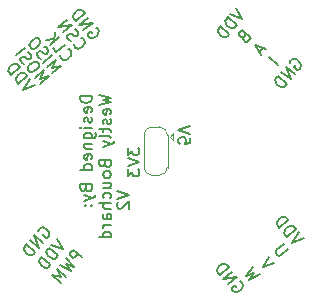
<source format=gbr>
%TF.GenerationSoftware,KiCad,Pcbnew,9.0.3*%
%TF.CreationDate,2025-08-07T14:52:45-06:00*%
%TF.ProjectId,EncoderBoard,456e636f-6465-4724-926f-6172642e6b69,rev?*%
%TF.SameCoordinates,Original*%
%TF.FileFunction,Legend,Bot*%
%TF.FilePolarity,Positive*%
%FSLAX46Y46*%
G04 Gerber Fmt 4.6, Leading zero omitted, Abs format (unit mm)*
G04 Created by KiCad (PCBNEW 9.0.3) date 2025-08-07 14:52:45*
%MOMM*%
%LPD*%
G01*
G04 APERTURE LIST*
%ADD10C,0.160000*%
%ADD11C,0.120000*%
G04 APERTURE END LIST*
D10*
X146719299Y-103350501D02*
X147719299Y-103683834D01*
X147719299Y-103683834D02*
X146719299Y-104017167D01*
X146814537Y-104302882D02*
X146766918Y-104350501D01*
X146766918Y-104350501D02*
X146719299Y-104445739D01*
X146719299Y-104445739D02*
X146719299Y-104683834D01*
X146719299Y-104683834D02*
X146766918Y-104779072D01*
X146766918Y-104779072D02*
X146814537Y-104826691D01*
X146814537Y-104826691D02*
X146909775Y-104874310D01*
X146909775Y-104874310D02*
X147005013Y-104874310D01*
X147005013Y-104874310D02*
X147147870Y-104826691D01*
X147147870Y-104826691D02*
X147719299Y-104255263D01*
X147719299Y-104255263D02*
X147719299Y-104874310D01*
X139787287Y-94419606D02*
X138806980Y-94807046D01*
X138806980Y-94807046D02*
X139358762Y-93908910D01*
X138378455Y-94296349D02*
X139144499Y-93653562D01*
X139144499Y-93653562D02*
X138991455Y-93471170D01*
X138991455Y-93471170D02*
X138863150Y-93392344D01*
X138863150Y-93392344D02*
X138728975Y-93380605D01*
X138728975Y-93380605D02*
X138625410Y-93405345D01*
X138625410Y-93405345D02*
X138448887Y-93491302D01*
X138448887Y-93491302D02*
X138339452Y-93583129D01*
X138339452Y-93583129D02*
X138224148Y-93742043D01*
X138224148Y-93742043D02*
X138181800Y-93839739D01*
X138181800Y-93839739D02*
X138170062Y-93973914D01*
X138170062Y-93973914D02*
X138225410Y-94113958D01*
X138225410Y-94113958D02*
X138378455Y-94296349D01*
X137735667Y-93530305D02*
X138501712Y-92887517D01*
X138501712Y-92887517D02*
X138348667Y-92705126D01*
X138348667Y-92705126D02*
X138220362Y-92626300D01*
X138220362Y-92626300D02*
X138086187Y-92614561D01*
X138086187Y-92614561D02*
X137982622Y-92639300D01*
X137982622Y-92639300D02*
X137806100Y-92725258D01*
X137806100Y-92725258D02*
X137696665Y-92817085D01*
X137696665Y-92817085D02*
X137581361Y-92975999D01*
X137581361Y-92975999D02*
X137539013Y-93073695D01*
X137539013Y-93073695D02*
X137527274Y-93207869D01*
X137527274Y-93207869D02*
X137582623Y-93347913D01*
X137582623Y-93347913D02*
X137735667Y-93530305D01*
X140179416Y-94302959D02*
X140945460Y-93660171D01*
X140945460Y-93660171D02*
X140184023Y-93863957D01*
X140184023Y-93863957D02*
X140516935Y-93149475D01*
X140516935Y-93149475D02*
X139750891Y-93792263D01*
X140088410Y-92638779D02*
X139965974Y-92492866D01*
X139965974Y-92492866D02*
X139868278Y-92450518D01*
X139868278Y-92450518D02*
X139734104Y-92438779D01*
X139734104Y-92438779D02*
X139557582Y-92524737D01*
X139557582Y-92524737D02*
X139302234Y-92738999D01*
X139302234Y-92738999D02*
X139186929Y-92897913D01*
X139186929Y-92897913D02*
X139175190Y-93032088D01*
X139175190Y-93032088D02*
X139199930Y-93135653D01*
X139199930Y-93135653D02*
X139322366Y-93281566D01*
X139322366Y-93281566D02*
X139420062Y-93323914D01*
X139420062Y-93323914D02*
X139554236Y-93335653D01*
X139554236Y-93335653D02*
X139730759Y-93249695D01*
X139730759Y-93249695D02*
X139986107Y-93035433D01*
X139986107Y-93035433D02*
X140101411Y-92876519D01*
X140101411Y-92876519D02*
X140113150Y-92742344D01*
X140113150Y-92742344D02*
X140088410Y-92638779D01*
X138838492Y-92630826D02*
X138710187Y-92552000D01*
X138710187Y-92552000D02*
X138557142Y-92369609D01*
X138557142Y-92369609D02*
X138532403Y-92266043D01*
X138532403Y-92266043D02*
X138538272Y-92198956D01*
X138538272Y-92198956D02*
X138580620Y-92101260D01*
X138580620Y-92101260D02*
X138653577Y-92040042D01*
X138653577Y-92040042D02*
X138757142Y-92015302D01*
X138757142Y-92015302D02*
X138824229Y-92021172D01*
X138824229Y-92021172D02*
X138921926Y-92063519D01*
X138921926Y-92063519D02*
X139080840Y-92178824D01*
X139080840Y-92178824D02*
X139178536Y-92221171D01*
X139178536Y-92221171D02*
X139245623Y-92227041D01*
X139245623Y-92227041D02*
X139349189Y-92202301D01*
X139349189Y-92202301D02*
X139422145Y-92141083D01*
X139422145Y-92141083D02*
X139464493Y-92043387D01*
X139464493Y-92043387D02*
X139470362Y-91976300D01*
X139470362Y-91976300D02*
X139445623Y-91872734D01*
X139445623Y-91872734D02*
X139292578Y-91690343D01*
X139292578Y-91690343D02*
X139164273Y-91611517D01*
X138159226Y-91895391D02*
X138925271Y-91252603D01*
X143779170Y-108979014D02*
X143013126Y-108336227D01*
X143013126Y-108336227D02*
X142768254Y-108628053D01*
X142768254Y-108628053D02*
X142743515Y-108731619D01*
X142743515Y-108731619D02*
X142749384Y-108798706D01*
X142749384Y-108798706D02*
X142791732Y-108896402D01*
X142791732Y-108896402D02*
X142901167Y-108988229D01*
X142901167Y-108988229D02*
X143004732Y-109012968D01*
X143004732Y-109012968D02*
X143071820Y-109007099D01*
X143071820Y-109007099D02*
X143169516Y-108964751D01*
X143169516Y-108964751D02*
X143414387Y-108672925D01*
X142431556Y-109029314D02*
X143044556Y-109854494D01*
X143044556Y-109854494D02*
X142374946Y-109541273D01*
X142374946Y-109541273D02*
X142799684Y-110146320D01*
X142799684Y-110146320D02*
X141880595Y-109685924D01*
X142401768Y-110620538D02*
X141635724Y-109977750D01*
X141635724Y-109977750D02*
X141968636Y-110692232D01*
X141968636Y-110692232D02*
X141207199Y-110488447D01*
X141207199Y-110488447D02*
X141973243Y-111131234D01*
X147619299Y-99698120D02*
X147619299Y-100317167D01*
X147619299Y-100317167D02*
X148000251Y-99983834D01*
X148000251Y-99983834D02*
X148000251Y-100126691D01*
X148000251Y-100126691D02*
X148047870Y-100221929D01*
X148047870Y-100221929D02*
X148095489Y-100269548D01*
X148095489Y-100269548D02*
X148190727Y-100317167D01*
X148190727Y-100317167D02*
X148428822Y-100317167D01*
X148428822Y-100317167D02*
X148524060Y-100269548D01*
X148524060Y-100269548D02*
X148571680Y-100221929D01*
X148571680Y-100221929D02*
X148619299Y-100126691D01*
X148619299Y-100126691D02*
X148619299Y-99840977D01*
X148619299Y-99840977D02*
X148571680Y-99745739D01*
X148571680Y-99745739D02*
X148524060Y-99698120D01*
X147619299Y-100602882D02*
X148619299Y-100936215D01*
X148619299Y-100936215D02*
X147619299Y-101269548D01*
X147619299Y-101507644D02*
X147619299Y-102126691D01*
X147619299Y-102126691D02*
X148000251Y-101793358D01*
X148000251Y-101793358D02*
X148000251Y-101936215D01*
X148000251Y-101936215D02*
X148047870Y-102031453D01*
X148047870Y-102031453D02*
X148095489Y-102079072D01*
X148095489Y-102079072D02*
X148190727Y-102126691D01*
X148190727Y-102126691D02*
X148428822Y-102126691D01*
X148428822Y-102126691D02*
X148524060Y-102079072D01*
X148524060Y-102079072D02*
X148571680Y-102031453D01*
X148571680Y-102031453D02*
X148619299Y-101936215D01*
X148619299Y-101936215D02*
X148619299Y-101650501D01*
X148619299Y-101650501D02*
X148571680Y-101555263D01*
X148571680Y-101555263D02*
X148524060Y-101507644D01*
X144922284Y-89539519D02*
X145019980Y-89581867D01*
X145019980Y-89581867D02*
X145111807Y-89691301D01*
X145111807Y-89691301D02*
X145167155Y-89831345D01*
X145167155Y-89831345D02*
X145155416Y-89965520D01*
X145155416Y-89965520D02*
X145113069Y-90063216D01*
X145113069Y-90063216D02*
X144997764Y-90222130D01*
X144997764Y-90222130D02*
X144888330Y-90313957D01*
X144888330Y-90313957D02*
X144711807Y-90399914D01*
X144711807Y-90399914D02*
X144608242Y-90424654D01*
X144608242Y-90424654D02*
X144474067Y-90412915D01*
X144474067Y-90412915D02*
X144345762Y-90334089D01*
X144345762Y-90334089D02*
X144284544Y-90261132D01*
X144284544Y-90261132D02*
X144229196Y-90121089D01*
X144229196Y-90121089D02*
X144235065Y-90054001D01*
X144235065Y-90054001D02*
X144490413Y-89839739D01*
X144490413Y-89839739D02*
X144612849Y-89985652D01*
X143886628Y-89786914D02*
X144652673Y-89144127D01*
X144652673Y-89144127D02*
X143519321Y-89349175D01*
X143519321Y-89349175D02*
X144285365Y-88706387D01*
X143213232Y-88984392D02*
X143979276Y-88341604D01*
X143979276Y-88341604D02*
X143826231Y-88159213D01*
X143826231Y-88159213D02*
X143697926Y-88080387D01*
X143697926Y-88080387D02*
X143563752Y-88068648D01*
X143563752Y-88068648D02*
X143460186Y-88093387D01*
X143460186Y-88093387D02*
X143283664Y-88179345D01*
X143283664Y-88179345D02*
X143174229Y-88271172D01*
X143174229Y-88271172D02*
X143058925Y-88430086D01*
X143058925Y-88430086D02*
X143016577Y-88527782D01*
X143016577Y-88527782D02*
X143004839Y-88661956D01*
X143004839Y-88661956D02*
X143060187Y-88802000D01*
X143060187Y-88802000D02*
X143213232Y-88984392D01*
X162520442Y-107380198D02*
X161540135Y-107767638D01*
X161540135Y-107767638D02*
X162091917Y-106869502D01*
X161111610Y-107256941D02*
X161877654Y-106614154D01*
X161877654Y-106614154D02*
X161724610Y-106431762D01*
X161724610Y-106431762D02*
X161596305Y-106352936D01*
X161596305Y-106352936D02*
X161462130Y-106341197D01*
X161462130Y-106341197D02*
X161358565Y-106365937D01*
X161358565Y-106365937D02*
X161182042Y-106451894D01*
X161182042Y-106451894D02*
X161072607Y-106543721D01*
X161072607Y-106543721D02*
X160957303Y-106702635D01*
X160957303Y-106702635D02*
X160914955Y-106800331D01*
X160914955Y-106800331D02*
X160903217Y-106934506D01*
X160903217Y-106934506D02*
X160958565Y-107074550D01*
X160958565Y-107074550D02*
X161111610Y-107256941D01*
X160468822Y-106490897D02*
X161234867Y-105848109D01*
X161234867Y-105848109D02*
X161081822Y-105665718D01*
X161081822Y-105665718D02*
X160953517Y-105586892D01*
X160953517Y-105586892D02*
X160819342Y-105575153D01*
X160819342Y-105575153D02*
X160715777Y-105599892D01*
X160715777Y-105599892D02*
X160539255Y-105685850D01*
X160539255Y-105685850D02*
X160429820Y-105777677D01*
X160429820Y-105777677D02*
X160314516Y-105936591D01*
X160314516Y-105936591D02*
X160272168Y-106034287D01*
X160272168Y-106034287D02*
X160260429Y-106168461D01*
X160260429Y-106168461D02*
X160315778Y-106308505D01*
X160315778Y-106308505D02*
X160468822Y-106490897D01*
X161195326Y-108305615D02*
X160575195Y-108825967D01*
X160575195Y-108825967D02*
X160471629Y-108850707D01*
X160471629Y-108850707D02*
X160404542Y-108844837D01*
X160404542Y-108844837D02*
X160306846Y-108802490D01*
X160306846Y-108802490D02*
X160184410Y-108656576D01*
X160184410Y-108656576D02*
X160159671Y-108553011D01*
X160159671Y-108553011D02*
X160165540Y-108485924D01*
X160165540Y-108485924D02*
X160207888Y-108388227D01*
X160207888Y-108388227D02*
X160828019Y-107867876D01*
X160053864Y-109449902D02*
X159073557Y-109837342D01*
X159073557Y-109837342D02*
X159625339Y-108939206D01*
X158789966Y-110448276D02*
X157870877Y-110908672D01*
X157870877Y-110908672D02*
X158295616Y-110303625D01*
X158295616Y-110303625D02*
X157626006Y-110616846D01*
X157626006Y-110616846D02*
X158239005Y-109791666D01*
X157122283Y-111039519D02*
X157219979Y-111081867D01*
X157219979Y-111081867D02*
X157311806Y-111191301D01*
X157311806Y-111191301D02*
X157367154Y-111331345D01*
X157367154Y-111331345D02*
X157355415Y-111465520D01*
X157355415Y-111465520D02*
X157313068Y-111563216D01*
X157313068Y-111563216D02*
X157197763Y-111722130D01*
X157197763Y-111722130D02*
X157088329Y-111813957D01*
X157088329Y-111813957D02*
X156911806Y-111899914D01*
X156911806Y-111899914D02*
X156808241Y-111924654D01*
X156808241Y-111924654D02*
X156674066Y-111912915D01*
X156674066Y-111912915D02*
X156545761Y-111834089D01*
X156545761Y-111834089D02*
X156484543Y-111761132D01*
X156484543Y-111761132D02*
X156429195Y-111621089D01*
X156429195Y-111621089D02*
X156435064Y-111554001D01*
X156435064Y-111554001D02*
X156690412Y-111339739D01*
X156690412Y-111339739D02*
X156812848Y-111485652D01*
X156086627Y-111286914D02*
X156852672Y-110644127D01*
X156852672Y-110644127D02*
X155719320Y-110849175D01*
X155719320Y-110849175D02*
X156485364Y-110206387D01*
X155413231Y-110484392D02*
X156179275Y-109841604D01*
X156179275Y-109841604D02*
X156026230Y-109659213D01*
X156026230Y-109659213D02*
X155897925Y-109580387D01*
X155897925Y-109580387D02*
X155763751Y-109568648D01*
X155763751Y-109568648D02*
X155660185Y-109593387D01*
X155660185Y-109593387D02*
X155483663Y-109679345D01*
X155483663Y-109679345D02*
X155374228Y-109771172D01*
X155374228Y-109771172D02*
X155258924Y-109930086D01*
X155258924Y-109930086D02*
X155216576Y-110027782D01*
X155216576Y-110027782D02*
X155204838Y-110161956D01*
X155204838Y-110161956D02*
X155260186Y-110302000D01*
X155260186Y-110302000D02*
X155413231Y-110484392D01*
X152930700Y-98880451D02*
X152930700Y-99356641D01*
X152930700Y-99356641D02*
X152454510Y-99404260D01*
X152454510Y-99404260D02*
X152502129Y-99356641D01*
X152502129Y-99356641D02*
X152549748Y-99261403D01*
X152549748Y-99261403D02*
X152549748Y-99023308D01*
X152549748Y-99023308D02*
X152502129Y-98928070D01*
X152502129Y-98928070D02*
X152454510Y-98880451D01*
X152454510Y-98880451D02*
X152359272Y-98832832D01*
X152359272Y-98832832D02*
X152121177Y-98832832D01*
X152121177Y-98832832D02*
X152025939Y-98880451D01*
X152025939Y-98880451D02*
X151978320Y-98928070D01*
X151978320Y-98928070D02*
X151930700Y-99023308D01*
X151930700Y-99023308D02*
X151930700Y-99261403D01*
X151930700Y-99261403D02*
X151978320Y-99356641D01*
X151978320Y-99356641D02*
X152025939Y-99404260D01*
X152930700Y-98547117D02*
X151930700Y-98213784D01*
X151930700Y-98213784D02*
X152930700Y-97880451D01*
X141935065Y-91904001D02*
X141929196Y-91971089D01*
X141929196Y-91971089D02*
X141984544Y-92111132D01*
X141984544Y-92111132D02*
X142045762Y-92184089D01*
X142045762Y-92184089D02*
X142174067Y-92262915D01*
X142174067Y-92262915D02*
X142308242Y-92274654D01*
X142308242Y-92274654D02*
X142411807Y-92249914D01*
X142411807Y-92249914D02*
X142588330Y-92163957D01*
X142588330Y-92163957D02*
X142697764Y-92072130D01*
X142697764Y-92072130D02*
X142813069Y-91913216D01*
X142813069Y-91913216D02*
X142855416Y-91815520D01*
X142855416Y-91815520D02*
X142867155Y-91681345D01*
X142867155Y-91681345D02*
X142811807Y-91541301D01*
X142811807Y-91541301D02*
X142750589Y-91468345D01*
X142750589Y-91468345D02*
X142622284Y-91389519D01*
X142622284Y-91389519D02*
X142555196Y-91383649D01*
X141280539Y-91272131D02*
X141586628Y-91636914D01*
X141586628Y-91636914D02*
X142352673Y-90994127D01*
X141066276Y-91016783D02*
X141832321Y-90373995D01*
X140698969Y-90579043D02*
X141412189Y-90540041D01*
X141465013Y-89936256D02*
X141394581Y-90741303D01*
X144609355Y-95343358D02*
X143609355Y-95343358D01*
X143609355Y-95343358D02*
X143609355Y-95581453D01*
X143609355Y-95581453D02*
X143656974Y-95724310D01*
X143656974Y-95724310D02*
X143752212Y-95819548D01*
X143752212Y-95819548D02*
X143847450Y-95867167D01*
X143847450Y-95867167D02*
X144037926Y-95914786D01*
X144037926Y-95914786D02*
X144180783Y-95914786D01*
X144180783Y-95914786D02*
X144371259Y-95867167D01*
X144371259Y-95867167D02*
X144466497Y-95819548D01*
X144466497Y-95819548D02*
X144561736Y-95724310D01*
X144561736Y-95724310D02*
X144609355Y-95581453D01*
X144609355Y-95581453D02*
X144609355Y-95343358D01*
X144561736Y-96724310D02*
X144609355Y-96629072D01*
X144609355Y-96629072D02*
X144609355Y-96438596D01*
X144609355Y-96438596D02*
X144561736Y-96343358D01*
X144561736Y-96343358D02*
X144466497Y-96295739D01*
X144466497Y-96295739D02*
X144085545Y-96295739D01*
X144085545Y-96295739D02*
X143990307Y-96343358D01*
X143990307Y-96343358D02*
X143942688Y-96438596D01*
X143942688Y-96438596D02*
X143942688Y-96629072D01*
X143942688Y-96629072D02*
X143990307Y-96724310D01*
X143990307Y-96724310D02*
X144085545Y-96771929D01*
X144085545Y-96771929D02*
X144180783Y-96771929D01*
X144180783Y-96771929D02*
X144276021Y-96295739D01*
X144561736Y-97152882D02*
X144609355Y-97248120D01*
X144609355Y-97248120D02*
X144609355Y-97438596D01*
X144609355Y-97438596D02*
X144561736Y-97533834D01*
X144561736Y-97533834D02*
X144466497Y-97581453D01*
X144466497Y-97581453D02*
X144418878Y-97581453D01*
X144418878Y-97581453D02*
X144323640Y-97533834D01*
X144323640Y-97533834D02*
X144276021Y-97438596D01*
X144276021Y-97438596D02*
X144276021Y-97295739D01*
X144276021Y-97295739D02*
X144228402Y-97200501D01*
X144228402Y-97200501D02*
X144133164Y-97152882D01*
X144133164Y-97152882D02*
X144085545Y-97152882D01*
X144085545Y-97152882D02*
X143990307Y-97200501D01*
X143990307Y-97200501D02*
X143942688Y-97295739D01*
X143942688Y-97295739D02*
X143942688Y-97438596D01*
X143942688Y-97438596D02*
X143990307Y-97533834D01*
X144609355Y-98010025D02*
X143942688Y-98010025D01*
X143609355Y-98010025D02*
X143656974Y-97962406D01*
X143656974Y-97962406D02*
X143704593Y-98010025D01*
X143704593Y-98010025D02*
X143656974Y-98057644D01*
X143656974Y-98057644D02*
X143609355Y-98010025D01*
X143609355Y-98010025D02*
X143704593Y-98010025D01*
X143942688Y-98914786D02*
X144752212Y-98914786D01*
X144752212Y-98914786D02*
X144847450Y-98867167D01*
X144847450Y-98867167D02*
X144895069Y-98819548D01*
X144895069Y-98819548D02*
X144942688Y-98724310D01*
X144942688Y-98724310D02*
X144942688Y-98581453D01*
X144942688Y-98581453D02*
X144895069Y-98486215D01*
X144561736Y-98914786D02*
X144609355Y-98819548D01*
X144609355Y-98819548D02*
X144609355Y-98629072D01*
X144609355Y-98629072D02*
X144561736Y-98533834D01*
X144561736Y-98533834D02*
X144514116Y-98486215D01*
X144514116Y-98486215D02*
X144418878Y-98438596D01*
X144418878Y-98438596D02*
X144133164Y-98438596D01*
X144133164Y-98438596D02*
X144037926Y-98486215D01*
X144037926Y-98486215D02*
X143990307Y-98533834D01*
X143990307Y-98533834D02*
X143942688Y-98629072D01*
X143942688Y-98629072D02*
X143942688Y-98819548D01*
X143942688Y-98819548D02*
X143990307Y-98914786D01*
X143942688Y-99390977D02*
X144609355Y-99390977D01*
X144037926Y-99390977D02*
X143990307Y-99438596D01*
X143990307Y-99438596D02*
X143942688Y-99533834D01*
X143942688Y-99533834D02*
X143942688Y-99676691D01*
X143942688Y-99676691D02*
X143990307Y-99771929D01*
X143990307Y-99771929D02*
X144085545Y-99819548D01*
X144085545Y-99819548D02*
X144609355Y-99819548D01*
X144561736Y-100676691D02*
X144609355Y-100581453D01*
X144609355Y-100581453D02*
X144609355Y-100390977D01*
X144609355Y-100390977D02*
X144561736Y-100295739D01*
X144561736Y-100295739D02*
X144466497Y-100248120D01*
X144466497Y-100248120D02*
X144085545Y-100248120D01*
X144085545Y-100248120D02*
X143990307Y-100295739D01*
X143990307Y-100295739D02*
X143942688Y-100390977D01*
X143942688Y-100390977D02*
X143942688Y-100581453D01*
X143942688Y-100581453D02*
X143990307Y-100676691D01*
X143990307Y-100676691D02*
X144085545Y-100724310D01*
X144085545Y-100724310D02*
X144180783Y-100724310D01*
X144180783Y-100724310D02*
X144276021Y-100248120D01*
X144609355Y-101581453D02*
X143609355Y-101581453D01*
X144561736Y-101581453D02*
X144609355Y-101486215D01*
X144609355Y-101486215D02*
X144609355Y-101295739D01*
X144609355Y-101295739D02*
X144561736Y-101200501D01*
X144561736Y-101200501D02*
X144514116Y-101152882D01*
X144514116Y-101152882D02*
X144418878Y-101105263D01*
X144418878Y-101105263D02*
X144133164Y-101105263D01*
X144133164Y-101105263D02*
X144037926Y-101152882D01*
X144037926Y-101152882D02*
X143990307Y-101200501D01*
X143990307Y-101200501D02*
X143942688Y-101295739D01*
X143942688Y-101295739D02*
X143942688Y-101486215D01*
X143942688Y-101486215D02*
X143990307Y-101581453D01*
X144085545Y-103152882D02*
X144133164Y-103295739D01*
X144133164Y-103295739D02*
X144180783Y-103343358D01*
X144180783Y-103343358D02*
X144276021Y-103390977D01*
X144276021Y-103390977D02*
X144418878Y-103390977D01*
X144418878Y-103390977D02*
X144514116Y-103343358D01*
X144514116Y-103343358D02*
X144561736Y-103295739D01*
X144561736Y-103295739D02*
X144609355Y-103200501D01*
X144609355Y-103200501D02*
X144609355Y-102819549D01*
X144609355Y-102819549D02*
X143609355Y-102819549D01*
X143609355Y-102819549D02*
X143609355Y-103152882D01*
X143609355Y-103152882D02*
X143656974Y-103248120D01*
X143656974Y-103248120D02*
X143704593Y-103295739D01*
X143704593Y-103295739D02*
X143799831Y-103343358D01*
X143799831Y-103343358D02*
X143895069Y-103343358D01*
X143895069Y-103343358D02*
X143990307Y-103295739D01*
X143990307Y-103295739D02*
X144037926Y-103248120D01*
X144037926Y-103248120D02*
X144085545Y-103152882D01*
X144085545Y-103152882D02*
X144085545Y-102819549D01*
X143942688Y-103724311D02*
X144609355Y-103962406D01*
X143942688Y-104200501D02*
X144609355Y-103962406D01*
X144609355Y-103962406D02*
X144847450Y-103867168D01*
X144847450Y-103867168D02*
X144895069Y-103819549D01*
X144895069Y-103819549D02*
X144942688Y-103724311D01*
X144514116Y-104581454D02*
X144561736Y-104629073D01*
X144561736Y-104629073D02*
X144609355Y-104581454D01*
X144609355Y-104581454D02*
X144561736Y-104533835D01*
X144561736Y-104533835D02*
X144514116Y-104581454D01*
X144514116Y-104581454D02*
X144609355Y-104581454D01*
X143990307Y-104581454D02*
X144037926Y-104629073D01*
X144037926Y-104629073D02*
X144085545Y-104581454D01*
X144085545Y-104581454D02*
X144037926Y-104533835D01*
X144037926Y-104533835D02*
X143990307Y-104581454D01*
X143990307Y-104581454D02*
X144085545Y-104581454D01*
X145219299Y-95248120D02*
X146219299Y-95486215D01*
X146219299Y-95486215D02*
X145505013Y-95676691D01*
X145505013Y-95676691D02*
X146219299Y-95867167D01*
X146219299Y-95867167D02*
X145219299Y-96105263D01*
X146171680Y-96867167D02*
X146219299Y-96771929D01*
X146219299Y-96771929D02*
X146219299Y-96581453D01*
X146219299Y-96581453D02*
X146171680Y-96486215D01*
X146171680Y-96486215D02*
X146076441Y-96438596D01*
X146076441Y-96438596D02*
X145695489Y-96438596D01*
X145695489Y-96438596D02*
X145600251Y-96486215D01*
X145600251Y-96486215D02*
X145552632Y-96581453D01*
X145552632Y-96581453D02*
X145552632Y-96771929D01*
X145552632Y-96771929D02*
X145600251Y-96867167D01*
X145600251Y-96867167D02*
X145695489Y-96914786D01*
X145695489Y-96914786D02*
X145790727Y-96914786D01*
X145790727Y-96914786D02*
X145885965Y-96438596D01*
X146171680Y-97295739D02*
X146219299Y-97390977D01*
X146219299Y-97390977D02*
X146219299Y-97581453D01*
X146219299Y-97581453D02*
X146171680Y-97676691D01*
X146171680Y-97676691D02*
X146076441Y-97724310D01*
X146076441Y-97724310D02*
X146028822Y-97724310D01*
X146028822Y-97724310D02*
X145933584Y-97676691D01*
X145933584Y-97676691D02*
X145885965Y-97581453D01*
X145885965Y-97581453D02*
X145885965Y-97438596D01*
X145885965Y-97438596D02*
X145838346Y-97343358D01*
X145838346Y-97343358D02*
X145743108Y-97295739D01*
X145743108Y-97295739D02*
X145695489Y-97295739D01*
X145695489Y-97295739D02*
X145600251Y-97343358D01*
X145600251Y-97343358D02*
X145552632Y-97438596D01*
X145552632Y-97438596D02*
X145552632Y-97581453D01*
X145552632Y-97581453D02*
X145600251Y-97676691D01*
X145552632Y-98010025D02*
X145552632Y-98390977D01*
X145219299Y-98152882D02*
X146076441Y-98152882D01*
X146076441Y-98152882D02*
X146171680Y-98200501D01*
X146171680Y-98200501D02*
X146219299Y-98295739D01*
X146219299Y-98295739D02*
X146219299Y-98390977D01*
X146219299Y-98867168D02*
X146171680Y-98771930D01*
X146171680Y-98771930D02*
X146076441Y-98724311D01*
X146076441Y-98724311D02*
X145219299Y-98724311D01*
X145552632Y-99152883D02*
X146219299Y-99390978D01*
X145552632Y-99629073D02*
X146219299Y-99390978D01*
X146219299Y-99390978D02*
X146457394Y-99295740D01*
X146457394Y-99295740D02*
X146505013Y-99248121D01*
X146505013Y-99248121D02*
X146552632Y-99152883D01*
X145695489Y-101105264D02*
X145743108Y-101248121D01*
X145743108Y-101248121D02*
X145790727Y-101295740D01*
X145790727Y-101295740D02*
X145885965Y-101343359D01*
X145885965Y-101343359D02*
X146028822Y-101343359D01*
X146028822Y-101343359D02*
X146124060Y-101295740D01*
X146124060Y-101295740D02*
X146171680Y-101248121D01*
X146171680Y-101248121D02*
X146219299Y-101152883D01*
X146219299Y-101152883D02*
X146219299Y-100771931D01*
X146219299Y-100771931D02*
X145219299Y-100771931D01*
X145219299Y-100771931D02*
X145219299Y-101105264D01*
X145219299Y-101105264D02*
X145266918Y-101200502D01*
X145266918Y-101200502D02*
X145314537Y-101248121D01*
X145314537Y-101248121D02*
X145409775Y-101295740D01*
X145409775Y-101295740D02*
X145505013Y-101295740D01*
X145505013Y-101295740D02*
X145600251Y-101248121D01*
X145600251Y-101248121D02*
X145647870Y-101200502D01*
X145647870Y-101200502D02*
X145695489Y-101105264D01*
X145695489Y-101105264D02*
X145695489Y-100771931D01*
X146219299Y-101914788D02*
X146171680Y-101819550D01*
X146171680Y-101819550D02*
X146124060Y-101771931D01*
X146124060Y-101771931D02*
X146028822Y-101724312D01*
X146028822Y-101724312D02*
X145743108Y-101724312D01*
X145743108Y-101724312D02*
X145647870Y-101771931D01*
X145647870Y-101771931D02*
X145600251Y-101819550D01*
X145600251Y-101819550D02*
X145552632Y-101914788D01*
X145552632Y-101914788D02*
X145552632Y-102057645D01*
X145552632Y-102057645D02*
X145600251Y-102152883D01*
X145600251Y-102152883D02*
X145647870Y-102200502D01*
X145647870Y-102200502D02*
X145743108Y-102248121D01*
X145743108Y-102248121D02*
X146028822Y-102248121D01*
X146028822Y-102248121D02*
X146124060Y-102200502D01*
X146124060Y-102200502D02*
X146171680Y-102152883D01*
X146171680Y-102152883D02*
X146219299Y-102057645D01*
X146219299Y-102057645D02*
X146219299Y-101914788D01*
X145552632Y-103105264D02*
X146219299Y-103105264D01*
X145552632Y-102676693D02*
X146076441Y-102676693D01*
X146076441Y-102676693D02*
X146171680Y-102724312D01*
X146171680Y-102724312D02*
X146219299Y-102819550D01*
X146219299Y-102819550D02*
X146219299Y-102962407D01*
X146219299Y-102962407D02*
X146171680Y-103057645D01*
X146171680Y-103057645D02*
X146124060Y-103105264D01*
X146171680Y-104010026D02*
X146219299Y-103914788D01*
X146219299Y-103914788D02*
X146219299Y-103724312D01*
X146219299Y-103724312D02*
X146171680Y-103629074D01*
X146171680Y-103629074D02*
X146124060Y-103581455D01*
X146124060Y-103581455D02*
X146028822Y-103533836D01*
X146028822Y-103533836D02*
X145743108Y-103533836D01*
X145743108Y-103533836D02*
X145647870Y-103581455D01*
X145647870Y-103581455D02*
X145600251Y-103629074D01*
X145600251Y-103629074D02*
X145552632Y-103724312D01*
X145552632Y-103724312D02*
X145552632Y-103914788D01*
X145552632Y-103914788D02*
X145600251Y-104010026D01*
X146219299Y-104438598D02*
X145219299Y-104438598D01*
X146219299Y-104867169D02*
X145695489Y-104867169D01*
X145695489Y-104867169D02*
X145600251Y-104819550D01*
X145600251Y-104819550D02*
X145552632Y-104724312D01*
X145552632Y-104724312D02*
X145552632Y-104581455D01*
X145552632Y-104581455D02*
X145600251Y-104486217D01*
X145600251Y-104486217D02*
X145647870Y-104438598D01*
X146219299Y-105771931D02*
X145695489Y-105771931D01*
X145695489Y-105771931D02*
X145600251Y-105724312D01*
X145600251Y-105724312D02*
X145552632Y-105629074D01*
X145552632Y-105629074D02*
X145552632Y-105438598D01*
X145552632Y-105438598D02*
X145600251Y-105343360D01*
X146171680Y-105771931D02*
X146219299Y-105676693D01*
X146219299Y-105676693D02*
X146219299Y-105438598D01*
X146219299Y-105438598D02*
X146171680Y-105343360D01*
X146171680Y-105343360D02*
X146076441Y-105295741D01*
X146076441Y-105295741D02*
X145981203Y-105295741D01*
X145981203Y-105295741D02*
X145885965Y-105343360D01*
X145885965Y-105343360D02*
X145838346Y-105438598D01*
X145838346Y-105438598D02*
X145838346Y-105676693D01*
X145838346Y-105676693D02*
X145790727Y-105771931D01*
X146219299Y-106248122D02*
X145552632Y-106248122D01*
X145743108Y-106248122D02*
X145647870Y-106295741D01*
X145647870Y-106295741D02*
X145600251Y-106343360D01*
X145600251Y-106343360D02*
X145552632Y-106438598D01*
X145552632Y-106438598D02*
X145552632Y-106533836D01*
X146219299Y-107295741D02*
X145219299Y-107295741D01*
X146171680Y-107295741D02*
X146219299Y-107200503D01*
X146219299Y-107200503D02*
X146219299Y-107010027D01*
X146219299Y-107010027D02*
X146171680Y-106914789D01*
X146171680Y-106914789D02*
X146124060Y-106867170D01*
X146124060Y-106867170D02*
X146028822Y-106819551D01*
X146028822Y-106819551D02*
X145743108Y-106819551D01*
X145743108Y-106819551D02*
X145647870Y-106867170D01*
X145647870Y-106867170D02*
X145600251Y-106914789D01*
X145600251Y-106914789D02*
X145552632Y-107010027D01*
X145552632Y-107010027D02*
X145552632Y-107200503D01*
X145552632Y-107200503D02*
X145600251Y-107295741D01*
X140062906Y-106768097D02*
X140087645Y-106664531D01*
X140087645Y-106664531D02*
X140179472Y-106555096D01*
X140179472Y-106555096D02*
X140307777Y-106476270D01*
X140307777Y-106476270D02*
X140441952Y-106464532D01*
X140441952Y-106464532D02*
X140545517Y-106489271D01*
X140545517Y-106489271D02*
X140722040Y-106575229D01*
X140722040Y-106575229D02*
X140831475Y-106667056D01*
X140831475Y-106667056D02*
X140946779Y-106825970D01*
X140946779Y-106825970D02*
X140989126Y-106923666D01*
X140989126Y-106923666D02*
X141000865Y-107057840D01*
X141000865Y-107057840D02*
X140945517Y-107197884D01*
X140945517Y-107197884D02*
X140884299Y-107270841D01*
X140884299Y-107270841D02*
X140755994Y-107349667D01*
X140755994Y-107349667D02*
X140688907Y-107355536D01*
X140688907Y-107355536D02*
X140433558Y-107141273D01*
X140433558Y-107141273D02*
X140555994Y-106995360D01*
X140486383Y-107745059D02*
X139720338Y-107102271D01*
X139720338Y-107102271D02*
X140119076Y-108182798D01*
X140119076Y-108182798D02*
X139353031Y-107540011D01*
X139812986Y-108547581D02*
X139046942Y-107904794D01*
X139046942Y-107904794D02*
X138893897Y-108087185D01*
X138893897Y-108087185D02*
X138838549Y-108227229D01*
X138838549Y-108227229D02*
X138850287Y-108361404D01*
X138850287Y-108361404D02*
X138892635Y-108459100D01*
X138892635Y-108459100D02*
X139007939Y-108618014D01*
X139007939Y-108618014D02*
X139117374Y-108709841D01*
X139117374Y-108709841D02*
X139293896Y-108795798D01*
X139293896Y-108795798D02*
X139397462Y-108820538D01*
X139397462Y-108820538D02*
X139531636Y-108808799D01*
X139531636Y-108808799D02*
X139659942Y-108729973D01*
X139659942Y-108729973D02*
X139812986Y-108547581D01*
X141229416Y-93402959D02*
X141995460Y-92760171D01*
X141995460Y-92760171D02*
X141234023Y-92963957D01*
X141234023Y-92963957D02*
X141566935Y-92249475D01*
X141566935Y-92249475D02*
X140800891Y-92892263D01*
X140494801Y-92527480D02*
X141260846Y-91884692D01*
X140255800Y-92168566D02*
X140127495Y-92089740D01*
X140127495Y-92089740D02*
X139974450Y-91907349D01*
X139974450Y-91907349D02*
X139949710Y-91803783D01*
X139949710Y-91803783D02*
X139955580Y-91736696D01*
X139955580Y-91736696D02*
X139997927Y-91639000D01*
X139997927Y-91639000D02*
X140070884Y-91577782D01*
X140070884Y-91577782D02*
X140174450Y-91553042D01*
X140174450Y-91553042D02*
X140241537Y-91558912D01*
X140241537Y-91558912D02*
X140339233Y-91601259D01*
X140339233Y-91601259D02*
X140498147Y-91716564D01*
X140498147Y-91716564D02*
X140595843Y-91758911D01*
X140595843Y-91758911D02*
X140662930Y-91764781D01*
X140662930Y-91764781D02*
X140766496Y-91740041D01*
X140766496Y-91740041D02*
X140839453Y-91678823D01*
X140839453Y-91678823D02*
X140881800Y-91581127D01*
X140881800Y-91581127D02*
X140887670Y-91514040D01*
X140887670Y-91514040D02*
X140862930Y-91410474D01*
X140862930Y-91410474D02*
X140709885Y-91228083D01*
X140709885Y-91228083D02*
X140581580Y-91149257D01*
X140220142Y-90644430D02*
X140097707Y-90498517D01*
X140097707Y-90498517D02*
X140000011Y-90456169D01*
X140000011Y-90456169D02*
X139865836Y-90444430D01*
X139865836Y-90444430D02*
X139689314Y-90530388D01*
X139689314Y-90530388D02*
X139433966Y-90744650D01*
X139433966Y-90744650D02*
X139318661Y-90903564D01*
X139318661Y-90903564D02*
X139306923Y-91037739D01*
X139306923Y-91037739D02*
X139331662Y-91141304D01*
X139331662Y-91141304D02*
X139454098Y-91287218D01*
X139454098Y-91287218D02*
X139551794Y-91329565D01*
X139551794Y-91329565D02*
X139685969Y-91341304D01*
X139685969Y-91341304D02*
X139862491Y-91255347D01*
X139862491Y-91255347D02*
X140117839Y-91041084D01*
X140117839Y-91041084D02*
X140233143Y-90882170D01*
X140233143Y-90882170D02*
X140244882Y-90747995D01*
X140244882Y-90747995D02*
X140220142Y-90644430D01*
X143085065Y-90954001D02*
X143079196Y-91021089D01*
X143079196Y-91021089D02*
X143134544Y-91161132D01*
X143134544Y-91161132D02*
X143195762Y-91234089D01*
X143195762Y-91234089D02*
X143324067Y-91312915D01*
X143324067Y-91312915D02*
X143458242Y-91324654D01*
X143458242Y-91324654D02*
X143561807Y-91299914D01*
X143561807Y-91299914D02*
X143738330Y-91213957D01*
X143738330Y-91213957D02*
X143847764Y-91122130D01*
X143847764Y-91122130D02*
X143963069Y-90963216D01*
X143963069Y-90963216D02*
X144005416Y-90865520D01*
X144005416Y-90865520D02*
X144017155Y-90731345D01*
X144017155Y-90731345D02*
X143961807Y-90591301D01*
X143961807Y-90591301D02*
X143900589Y-90518345D01*
X143900589Y-90518345D02*
X143772284Y-90439519D01*
X143772284Y-90439519D02*
X143705196Y-90433649D01*
X142803715Y-90692784D02*
X142675410Y-90613958D01*
X142675410Y-90613958D02*
X142522366Y-90431566D01*
X142522366Y-90431566D02*
X142497626Y-90328001D01*
X142497626Y-90328001D02*
X142503495Y-90260913D01*
X142503495Y-90260913D02*
X142545843Y-90163217D01*
X142545843Y-90163217D02*
X142618800Y-90101999D01*
X142618800Y-90101999D02*
X142722365Y-90077260D01*
X142722365Y-90077260D02*
X142789453Y-90083129D01*
X142789453Y-90083129D02*
X142887149Y-90125477D01*
X142887149Y-90125477D02*
X143046063Y-90240781D01*
X143046063Y-90240781D02*
X143143759Y-90283129D01*
X143143759Y-90283129D02*
X143210846Y-90288998D01*
X143210846Y-90288998D02*
X143314412Y-90264259D01*
X143314412Y-90264259D02*
X143387368Y-90203041D01*
X143387368Y-90203041D02*
X143429716Y-90105345D01*
X143429716Y-90105345D02*
X143435585Y-90038257D01*
X143435585Y-90038257D02*
X143410846Y-89934692D01*
X143410846Y-89934692D02*
X143257801Y-89752300D01*
X143257801Y-89752300D02*
X143129496Y-89673474D01*
X142124450Y-89957348D02*
X142890494Y-89314561D01*
X142890494Y-89314561D02*
X141757142Y-89519609D01*
X141757142Y-89519609D02*
X142523187Y-88876821D01*
X156757727Y-87912399D02*
X157309509Y-88810534D01*
X157309509Y-88810534D02*
X156329202Y-88423095D01*
X156880984Y-89321231D02*
X156114939Y-88678443D01*
X156114939Y-88678443D02*
X155961895Y-88860835D01*
X155961895Y-88860835D02*
X155906546Y-89000879D01*
X155906546Y-89000879D02*
X155918285Y-89135053D01*
X155918285Y-89135053D02*
X155960633Y-89232749D01*
X155960633Y-89232749D02*
X156075937Y-89391663D01*
X156075937Y-89391663D02*
X156185372Y-89483490D01*
X156185372Y-89483490D02*
X156361894Y-89569448D01*
X156361894Y-89569448D02*
X156465460Y-89594187D01*
X156465460Y-89594187D02*
X156599634Y-89582448D01*
X156599634Y-89582448D02*
X156727939Y-89503622D01*
X156727939Y-89503622D02*
X156880984Y-89321231D01*
X156238196Y-90087275D02*
X155472152Y-89444488D01*
X155472152Y-89444488D02*
X155319107Y-89626879D01*
X155319107Y-89626879D02*
X155263759Y-89766923D01*
X155263759Y-89766923D02*
X155275497Y-89901098D01*
X155275497Y-89901098D02*
X155317845Y-89998794D01*
X155317845Y-89998794D02*
X155433149Y-90157708D01*
X155433149Y-90157708D02*
X155542584Y-90249535D01*
X155542584Y-90249535D02*
X155719107Y-90335492D01*
X155719107Y-90335492D02*
X155822672Y-90360232D01*
X155822672Y-90360232D02*
X155956847Y-90348493D01*
X155956847Y-90348493D02*
X156085152Y-90269667D01*
X156085152Y-90269667D02*
X156238196Y-90087275D01*
X157452836Y-90329450D02*
X157397487Y-90469494D01*
X157397487Y-90469494D02*
X157403357Y-90536581D01*
X157403357Y-90536581D02*
X157445705Y-90634277D01*
X157445705Y-90634277D02*
X157555139Y-90726104D01*
X157555139Y-90726104D02*
X157658705Y-90750843D01*
X157658705Y-90750843D02*
X157725792Y-90744974D01*
X157725792Y-90744974D02*
X157823488Y-90702626D01*
X157823488Y-90702626D02*
X158068360Y-90410800D01*
X158068360Y-90410800D02*
X157302315Y-89768012D01*
X157302315Y-89768012D02*
X157088053Y-90023360D01*
X157088053Y-90023360D02*
X157063313Y-90126926D01*
X157063313Y-90126926D02*
X157069183Y-90194013D01*
X157069183Y-90194013D02*
X157111530Y-90291709D01*
X157111530Y-90291709D02*
X157184487Y-90352927D01*
X157184487Y-90352927D02*
X157288053Y-90377667D01*
X157288053Y-90377667D02*
X157355140Y-90371797D01*
X157355140Y-90371797D02*
X157452836Y-90329450D01*
X157452836Y-90329450D02*
X157667099Y-90074102D01*
X159067474Y-91280238D02*
X158761385Y-91645021D01*
X159347562Y-91390935D02*
X158367255Y-91003495D01*
X158367255Y-91003495D02*
X158919037Y-91901631D01*
X160366589Y-92681135D02*
X159600544Y-92038347D01*
X161360054Y-92520155D02*
X161384794Y-92416590D01*
X161384794Y-92416590D02*
X161476621Y-92307155D01*
X161476621Y-92307155D02*
X161604926Y-92228329D01*
X161604926Y-92228329D02*
X161739100Y-92216590D01*
X161739100Y-92216590D02*
X161842666Y-92241330D01*
X161842666Y-92241330D02*
X162019188Y-92327287D01*
X162019188Y-92327287D02*
X162128623Y-92419114D01*
X162128623Y-92419114D02*
X162243927Y-92578028D01*
X162243927Y-92578028D02*
X162286275Y-92675724D01*
X162286275Y-92675724D02*
X162298014Y-92809899D01*
X162298014Y-92809899D02*
X162242665Y-92949943D01*
X162242665Y-92949943D02*
X162181447Y-93022899D01*
X162181447Y-93022899D02*
X162053142Y-93101725D01*
X162053142Y-93101725D02*
X161986055Y-93107594D01*
X161986055Y-93107594D02*
X161730707Y-92893332D01*
X161730707Y-92893332D02*
X161853142Y-92747419D01*
X161783531Y-93497117D02*
X161017487Y-92854329D01*
X161017487Y-92854329D02*
X161416224Y-93934857D01*
X161416224Y-93934857D02*
X160650179Y-93292069D01*
X161110135Y-94299640D02*
X160344090Y-93656852D01*
X160344090Y-93656852D02*
X160191045Y-93839244D01*
X160191045Y-93839244D02*
X160135697Y-93979288D01*
X160135697Y-93979288D02*
X160147436Y-94113462D01*
X160147436Y-94113462D02*
X160189783Y-94211158D01*
X160189783Y-94211158D02*
X160305088Y-94370072D01*
X160305088Y-94370072D02*
X160414523Y-94461899D01*
X160414523Y-94461899D02*
X160591045Y-94547857D01*
X160591045Y-94547857D02*
X160694610Y-94572596D01*
X160694610Y-94572596D02*
X160828785Y-94560857D01*
X160828785Y-94560857D02*
X160957090Y-94482031D01*
X160957090Y-94482031D02*
X161110135Y-94299640D01*
X141604953Y-107426792D02*
X142156735Y-108324927D01*
X142156735Y-108324927D02*
X141176428Y-107937488D01*
X141728209Y-108835624D02*
X140962165Y-108192836D01*
X140962165Y-108192836D02*
X140809120Y-108375228D01*
X140809120Y-108375228D02*
X140753772Y-108515272D01*
X140753772Y-108515272D02*
X140765511Y-108649446D01*
X140765511Y-108649446D02*
X140807858Y-108747142D01*
X140807858Y-108747142D02*
X140923163Y-108906056D01*
X140923163Y-108906056D02*
X141032597Y-108997883D01*
X141032597Y-108997883D02*
X141209120Y-109083841D01*
X141209120Y-109083841D02*
X141312685Y-109108580D01*
X141312685Y-109108580D02*
X141446860Y-109096841D01*
X141446860Y-109096841D02*
X141575165Y-109018015D01*
X141575165Y-109018015D02*
X141728209Y-108835624D01*
X141085422Y-109601668D02*
X140319377Y-108958881D01*
X140319377Y-108958881D02*
X140166333Y-109141272D01*
X140166333Y-109141272D02*
X140110984Y-109281316D01*
X140110984Y-109281316D02*
X140122723Y-109415491D01*
X140122723Y-109415491D02*
X140165071Y-109513187D01*
X140165071Y-109513187D02*
X140280375Y-109672101D01*
X140280375Y-109672101D02*
X140389810Y-109763928D01*
X140389810Y-109763928D02*
X140566332Y-109849885D01*
X140566332Y-109849885D02*
X140669898Y-109874625D01*
X140669898Y-109874625D02*
X140804072Y-109862886D01*
X140804072Y-109862886D02*
X140932377Y-109784060D01*
X140932377Y-109784060D02*
X141085422Y-109601668D01*
D11*
%TO.C,JP1*%
X149000000Y-98600000D02*
X149000000Y-101400000D01*
X149700000Y-102050000D02*
X150300000Y-102050000D01*
X150300000Y-97950000D02*
X149700000Y-97950000D01*
X151000000Y-101400000D02*
X151000000Y-98600000D01*
X151200000Y-98800000D02*
X151500000Y-98500000D01*
X151200000Y-98800000D02*
X151500000Y-99100000D01*
X151500000Y-98500000D02*
X151500000Y-99100000D01*
X149000000Y-98650000D02*
G75*
G02*
X149700000Y-97950000I699999J1D01*
G01*
X149700000Y-102050000D02*
G75*
G02*
X149000000Y-101350000I0J700000D01*
G01*
X150300000Y-97950000D02*
G75*
G02*
X151000000Y-98650000I1J-699999D01*
G01*
X151000000Y-101350000D02*
G75*
G02*
X150300000Y-102050000I-700000J0D01*
G01*
%TD*%
M02*

</source>
